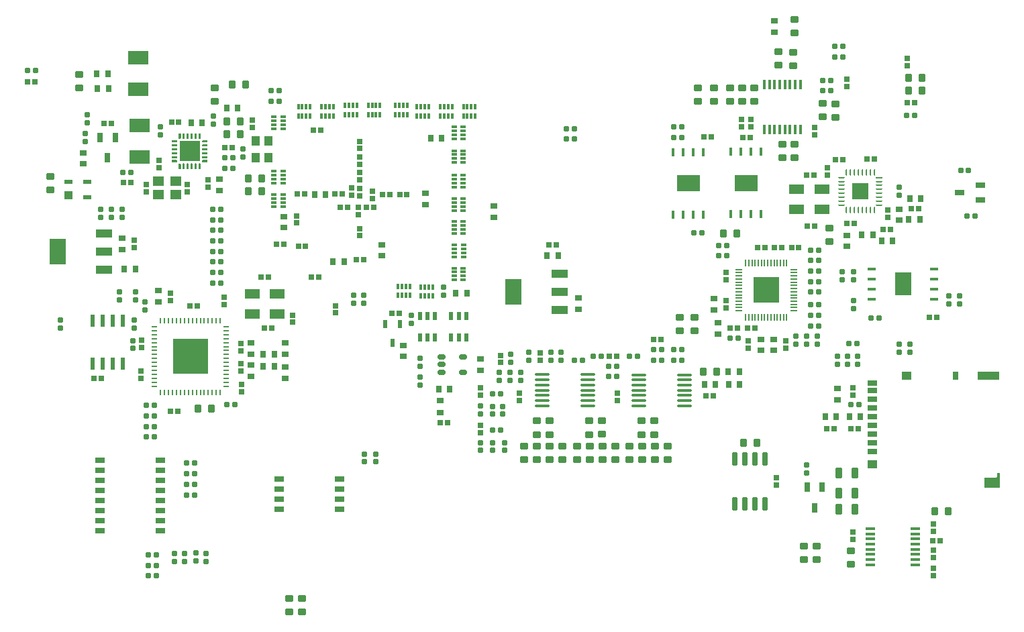
<source format=gbp>
G04*
G04 #@! TF.GenerationSoftware,Altium Limited,Altium Designer,23.11.1 (41)*
G04*
G04 Layer_Color=128*
%FSLAX44Y44*%
%MOMM*%
G71*
G04*
G04 #@! TF.SameCoordinates,80CC7D54-6002-4424-B4FD-6ED2CB822836*
G04*
G04*
G04 #@! TF.FilePolarity,Positive*
G04*
G01*
G75*
%ADD25R,0.8000X1.0000*%
%ADD32R,0.6400X0.6400*%
%ADD33R,0.9500X0.7500*%
G04:AMPARAMS|DCode=41|XSize=0.6mm|YSize=0.6mm|CornerRadius=0.06mm|HoleSize=0mm|Usage=FLASHONLY|Rotation=90.000|XOffset=0mm|YOffset=0mm|HoleType=Round|Shape=RoundedRectangle|*
%AMROUNDEDRECTD41*
21,1,0.6000,0.4800,0,0,90.0*
21,1,0.4800,0.6000,0,0,90.0*
1,1,0.1200,0.2400,0.2400*
1,1,0.1200,0.2400,-0.2400*
1,1,0.1200,-0.2400,-0.2400*
1,1,0.1200,-0.2400,0.2400*
%
%ADD41ROUNDEDRECTD41*%
%ADD42R,0.7500X0.9500*%
%ADD51R,0.6000X1.5500*%
G04:AMPARAMS|DCode=54|XSize=0.6mm|YSize=0.6mm|CornerRadius=0.06mm|HoleSize=0mm|Usage=FLASHONLY|Rotation=180.000|XOffset=0mm|YOffset=0mm|HoleType=Round|Shape=RoundedRectangle|*
%AMROUNDEDRECTD54*
21,1,0.6000,0.4800,0,0,180.0*
21,1,0.4800,0.6000,0,0,180.0*
1,1,0.1200,-0.2400,0.2400*
1,1,0.1200,0.2400,0.2400*
1,1,0.1200,0.2400,-0.2400*
1,1,0.1200,-0.2400,-0.2400*
%
%ADD54ROUNDEDRECTD54*%
G04:AMPARAMS|DCode=58|XSize=1mm|YSize=0.9mm|CornerRadius=0.1125mm|HoleSize=0mm|Usage=FLASHONLY|Rotation=0.000|XOffset=0mm|YOffset=0mm|HoleType=Round|Shape=RoundedRectangle|*
%AMROUNDEDRECTD58*
21,1,1.0000,0.6750,0,0,0.0*
21,1,0.7750,0.9000,0,0,0.0*
1,1,0.2250,0.3875,-0.3375*
1,1,0.2250,-0.3875,-0.3375*
1,1,0.2250,-0.3875,0.3375*
1,1,0.2250,0.3875,0.3375*
%
%ADD58ROUNDEDRECTD58*%
%ADD136R,1.2700X0.7600*%
%ADD137R,0.6000X1.0000*%
%ADD138R,0.6400X0.6400*%
G04:AMPARAMS|DCode=139|XSize=1.05mm|YSize=0.6mm|CornerRadius=0.15mm|HoleSize=0mm|Usage=FLASHONLY|Rotation=180.000|XOffset=0mm|YOffset=0mm|HoleType=Round|Shape=RoundedRectangle|*
%AMROUNDEDRECTD139*
21,1,1.0500,0.3000,0,0,180.0*
21,1,0.7500,0.6000,0,0,180.0*
1,1,0.3000,-0.3750,0.1500*
1,1,0.3000,0.3750,0.1500*
1,1,0.3000,0.3750,-0.1500*
1,1,0.3000,-0.3750,-0.1500*
%
%ADD139ROUNDEDRECTD139*%
%ADD140O,2.0000X0.3500*%
G04:AMPARAMS|DCode=141|XSize=0.4mm|YSize=1.2mm|CornerRadius=0.05mm|HoleSize=0mm|Usage=FLASHONLY|Rotation=180.000|XOffset=0mm|YOffset=0mm|HoleType=Round|Shape=RoundedRectangle|*
%AMROUNDEDRECTD141*
21,1,0.4000,1.1000,0,0,180.0*
21,1,0.3000,1.2000,0,0,180.0*
1,1,0.1000,-0.1500,0.5500*
1,1,0.1000,0.1500,0.5500*
1,1,0.1000,0.1500,-0.5500*
1,1,0.1000,-0.1500,-0.5500*
%
%ADD141ROUNDEDRECTD141*%
%ADD142R,1.2000X0.6500*%
G04:AMPARAMS|DCode=143|XSize=0.8078mm|YSize=0.2393mm|CornerRadius=0.1196mm|HoleSize=0mm|Usage=FLASHONLY|Rotation=180.000|XOffset=0mm|YOffset=0mm|HoleType=Round|Shape=RoundedRectangle|*
%AMROUNDEDRECTD143*
21,1,0.8078,0.0000,0,0,180.0*
21,1,0.5686,0.2393,0,0,180.0*
1,1,0.2393,-0.2843,0.0000*
1,1,0.2393,0.2843,0.0000*
1,1,0.2393,0.2843,0.0000*
1,1,0.2393,-0.2843,0.0000*
%
%ADD143ROUNDEDRECTD143*%
G04:AMPARAMS|DCode=144|XSize=0.2393mm|YSize=0.8078mm|CornerRadius=0.1196mm|HoleSize=0mm|Usage=FLASHONLY|Rotation=180.000|XOffset=0mm|YOffset=0mm|HoleType=Round|Shape=RoundedRectangle|*
%AMROUNDEDRECTD144*
21,1,0.2393,0.5686,0,0,180.0*
21,1,0.0000,0.8078,0,0,180.0*
1,1,0.2393,0.0000,0.2843*
1,1,0.2393,0.0000,0.2843*
1,1,0.2393,0.0000,-0.2843*
1,1,0.2393,0.0000,-0.2843*
%
%ADD144ROUNDEDRECTD144*%
%ADD145R,1.9000X1.2000*%
G04:AMPARAMS|DCode=148|XSize=1.0611mm|YSize=0.3925mm|CornerRadius=0.1962mm|HoleSize=0mm|Usage=FLASHONLY|Rotation=90.000|XOffset=0mm|YOffset=0mm|HoleType=Round|Shape=RoundedRectangle|*
%AMROUNDEDRECTD148*
21,1,1.0611,0.0000,0,0,90.0*
21,1,0.6686,0.3925,0,0,90.0*
1,1,0.3925,0.0000,0.3343*
1,1,0.3925,0.0000,-0.3343*
1,1,0.3925,0.0000,-0.3343*
1,1,0.3925,0.0000,0.3343*
%
%ADD148ROUNDEDRECTD148*%
G04:AMPARAMS|DCode=150|XSize=1.0611mm|YSize=0.3925mm|CornerRadius=0.1962mm|HoleSize=0mm|Usage=FLASHONLY|Rotation=0.000|XOffset=0mm|YOffset=0mm|HoleType=Round|Shape=RoundedRectangle|*
%AMROUNDEDRECTD150*
21,1,1.0611,0.0000,0,0,0.0*
21,1,0.6686,0.3925,0,0,0.0*
1,1,0.3925,0.3343,0.0000*
1,1,0.3925,-0.3343,0.0000*
1,1,0.3925,-0.3343,0.0000*
1,1,0.3925,0.3343,0.0000*
%
%ADD150ROUNDEDRECTD150*%
%ADD151R,2.8000X1.0000*%
%ADD152R,1.2000X1.0000*%
%ADD153R,3.2000X3.2000*%
%ADD154R,0.2000X0.8500*%
%ADD155R,0.9500X0.8000*%
%ADD156C,1.1447*%
%ADD157R,1.2000X0.7000*%
G04:AMPARAMS|DCode=158|XSize=1mm|YSize=0.9mm|CornerRadius=0.1125mm|HoleSize=0mm|Usage=FLASHONLY|Rotation=270.000|XOffset=0mm|YOffset=0mm|HoleType=Round|Shape=RoundedRectangle|*
%AMROUNDEDRECTD158*
21,1,1.0000,0.6750,0,0,270.0*
21,1,0.7750,0.9000,0,0,270.0*
1,1,0.2250,-0.3375,-0.3875*
1,1,0.2250,-0.3375,0.3875*
1,1,0.2250,0.3375,0.3875*
1,1,0.2250,0.3375,-0.3875*
%
%ADD158ROUNDEDRECTD158*%
G04:AMPARAMS|DCode=159|XSize=0.4mm|YSize=1.2mm|CornerRadius=0.05mm|HoleSize=0mm|Usage=FLASHONLY|Rotation=90.000|XOffset=0mm|YOffset=0mm|HoleType=Round|Shape=RoundedRectangle|*
%AMROUNDEDRECTD159*
21,1,0.4000,1.1000,0,0,90.0*
21,1,0.3000,1.2000,0,0,90.0*
1,1,0.1000,0.5500,0.1500*
1,1,0.1000,0.5500,-0.1500*
1,1,0.1000,-0.5500,-0.1500*
1,1,0.1000,-0.5500,0.1500*
%
%ADD159ROUNDEDRECTD159*%
%ADD160R,0.6500X1.2000*%
%ADD161R,2.1500X1.0000*%
G04:AMPARAMS|DCode=162|XSize=0.65mm|YSize=1.65mm|CornerRadius=0.0488mm|HoleSize=0mm|Usage=FLASHONLY|Rotation=0.000|XOffset=0mm|YOffset=0mm|HoleType=Round|Shape=RoundedRectangle|*
%AMROUNDEDRECTD162*
21,1,0.6500,1.5525,0,0,0.0*
21,1,0.5525,1.6500,0,0,0.0*
1,1,0.0975,0.2763,-0.7763*
1,1,0.0975,-0.2763,-0.7763*
1,1,0.0975,-0.2763,0.7763*
1,1,0.0975,0.2763,0.7763*
%
%ADD162ROUNDEDRECTD162*%
%ADD163R,1.1000X1.3000*%
%ADD164R,2.5000X2.5000*%
%ADD165R,1.4000X1.2000*%
%ADD166R,1.0000X1.0000*%
%ADD167O,0.7500X0.2500*%
%ADD168R,4.5000X4.5000*%
%ADD169O,0.2500X0.7500*%
%ADD170R,0.6500X0.3000*%
%ADD171R,0.3000X0.6500*%
%ADD172R,0.6400X0.9200*%
%ADD173R,2.1500X3.2500*%
%ADD174R,0.3925X1.0611*%
%ADD175R,1.0611X0.3925*%
%ADD176R,0.8078X0.2393*%
%ADD177C,0.2520*%
%ADD178R,0.8500X0.2000*%
%ADD179R,2.5000X1.7000*%
%ADD180R,1.0000X0.6000*%
G04:AMPARAMS|DCode=181|XSize=1.3mm|YSize=0.8mm|CornerRadius=0.1mm|HoleSize=0mm|Usage=FLASHONLY|Rotation=90.000|XOffset=0mm|YOffset=0mm|HoleType=Round|Shape=RoundedRectangle|*
%AMROUNDEDRECTD181*
21,1,1.3000,0.6000,0,0,90.0*
21,1,1.1000,0.8000,0,0,90.0*
1,1,0.2000,0.3000,0.5500*
1,1,0.2000,0.3000,-0.5500*
1,1,0.2000,-0.3000,-0.5500*
1,1,0.2000,-0.3000,0.5500*
%
%ADD181ROUNDEDRECTD181*%
%ADD182R,0.9200X0.6400*%
%ADD214R,2.9724X2.0724*%
%ADD215R,2.0724X2.9724*%
%ADD216R,2.0239X2.0239*%
G36*
X633280Y887807D02*
X633674Y887413D01*
X633887Y886898D01*
Y886620D01*
Y886341D01*
X633674Y885827D01*
X633280Y885433D01*
X632766Y885220D01*
X626987D01*
Y888020D01*
X632766D01*
X633280Y887807D01*
D02*
G37*
G36*
X632487Y893020D02*
X632766D01*
X633280Y892807D01*
X633674Y892413D01*
X633887Y891898D01*
Y891620D01*
Y891341D01*
X633674Y890827D01*
X633280Y890433D01*
X632766Y890220D01*
X626987D01*
Y893020D01*
X632487D01*
Y893020D01*
D02*
G37*
G36*
X633280Y897807D02*
X633674Y897413D01*
X633887Y896898D01*
Y896620D01*
Y896341D01*
X633674Y895827D01*
X633280Y895433D01*
X632766Y895220D01*
X626987D01*
Y898020D01*
X632766D01*
X633280Y897807D01*
D02*
G37*
G36*
X637556Y883532D02*
X637949Y883138D01*
X638162Y882624D01*
Y882345D01*
Y876845D01*
X635363D01*
Y882345D01*
Y882624D01*
X635576Y883138D01*
X635970Y883532D01*
X636484Y883745D01*
X637041D01*
X637556Y883532D01*
D02*
G37*
G36*
X642555D02*
X642949Y883138D01*
X643163Y882624D01*
Y882345D01*
X643163Y876845D01*
X640362D01*
Y882345D01*
Y882624D01*
X640576Y883138D01*
X640969Y883532D01*
X641484Y883745D01*
X642041D01*
X642555Y883532D01*
D02*
G37*
G36*
X647556D02*
X647949Y883138D01*
X648163Y882624D01*
Y882345D01*
Y876845D01*
X645362D01*
Y882345D01*
Y882624D01*
X645576Y883138D01*
X645969Y883532D01*
X646484Y883745D01*
X647041D01*
X647556Y883532D01*
D02*
G37*
G36*
X633280Y902807D02*
X633674Y902413D01*
X633887Y901898D01*
Y901620D01*
Y901341D01*
X633674Y900827D01*
X633280Y900433D01*
X632766Y900220D01*
X626987D01*
Y903020D01*
X632766D01*
X633280Y902807D01*
D02*
G37*
G36*
Y907807D02*
X633674Y907413D01*
X633887Y906898D01*
Y906620D01*
Y906341D01*
X633674Y905827D01*
X633280Y905433D01*
X632766Y905220D01*
X632487D01*
X626987Y905220D01*
Y908020D01*
X632766D01*
X633280Y907807D01*
D02*
G37*
G36*
Y912807D02*
X633674Y912413D01*
X633887Y911898D01*
Y911620D01*
Y911341D01*
X633674Y910827D01*
X633280Y910433D01*
X632766Y910220D01*
X626987D01*
Y913020D01*
X632766D01*
X633280Y912807D01*
D02*
G37*
G36*
X638162Y915895D02*
Y915617D01*
X637949Y915102D01*
X637556Y914708D01*
X637041Y914495D01*
X636484D01*
X635970Y914708D01*
X635576Y915102D01*
X635363Y915617D01*
Y915895D01*
Y921395D01*
X638162D01*
Y915895D01*
D02*
G37*
G36*
X643163D02*
X643163D01*
Y915617D01*
X642949Y915102D01*
X642555Y914708D01*
X642041Y914495D01*
X641484D01*
X640969Y914708D01*
X640576Y915102D01*
X640362Y915617D01*
Y915895D01*
Y921395D01*
X643163D01*
Y915895D01*
D02*
G37*
G36*
X648163D02*
Y915617D01*
X647949Y915102D01*
X647556Y914708D01*
X647041Y914495D01*
X646484D01*
X645969Y914708D01*
X645576Y915102D01*
X645362Y915617D01*
Y915895D01*
Y921395D01*
X648163D01*
Y915895D01*
D02*
G37*
G36*
X663163D02*
Y915617D01*
X662949Y915102D01*
X662555Y914708D01*
X662041Y914495D01*
X661484D01*
X660969Y914708D01*
X660576Y915102D01*
X660362Y915617D01*
Y915895D01*
Y921395D01*
X663163D01*
Y915895D01*
D02*
G37*
G36*
X658163D02*
Y915617D01*
X657949Y915102D01*
X657556Y914708D01*
X657041Y914495D01*
X656484D01*
X655969Y914708D01*
X655576Y915102D01*
X655362Y915617D01*
Y915895D01*
X655362Y921395D01*
X658163D01*
Y915895D01*
D02*
G37*
G36*
X653163D02*
Y915617D01*
X652949Y915102D01*
X652555Y914708D01*
X652041Y914495D01*
X651484D01*
X650969Y914708D01*
X650576Y915102D01*
X650362Y915617D01*
Y915895D01*
Y921395D01*
X653163D01*
Y915895D01*
D02*
G37*
G36*
X671537Y910220D02*
X665759D01*
X665245Y910433D01*
X664851Y910827D01*
X664638Y911341D01*
Y911620D01*
Y911898D01*
X664851Y912413D01*
X665245Y912807D01*
X665759Y913020D01*
X671537D01*
Y910220D01*
D02*
G37*
G36*
Y905220D02*
X666038D01*
Y905220D01*
X665759D01*
X665245Y905433D01*
X664851Y905827D01*
X664638Y906341D01*
Y906620D01*
Y906898D01*
X664851Y907413D01*
X665245Y907807D01*
X665759Y908020D01*
X671537D01*
Y905220D01*
D02*
G37*
G36*
Y900220D02*
X665759D01*
X665245Y900433D01*
X664851Y900827D01*
X664638Y901341D01*
Y901620D01*
Y901898D01*
X664851Y902413D01*
X665245Y902807D01*
X665759Y903020D01*
X671537D01*
Y900220D01*
D02*
G37*
G36*
Y895220D02*
X665759D01*
X665245Y895433D01*
X664851Y895827D01*
X664638Y896341D01*
Y896620D01*
Y896898D01*
X664851Y897413D01*
X665245Y897807D01*
X665759Y898020D01*
X671537D01*
Y895220D01*
D02*
G37*
G36*
Y890220D02*
X665759D01*
X665245Y890433D01*
X664851Y890827D01*
X664638Y891341D01*
Y891620D01*
Y891898D01*
X664851Y892413D01*
X665245Y892807D01*
X665759Y893020D01*
X666038D01*
X671537Y893020D01*
Y890220D01*
D02*
G37*
G36*
Y885220D02*
X665759D01*
X665245Y885433D01*
X664851Y885827D01*
X664638Y886341D01*
Y886620D01*
Y886898D01*
X664851Y887413D01*
X665245Y887807D01*
X665759Y888020D01*
X671537D01*
Y885220D01*
D02*
G37*
G36*
X662555Y883532D02*
X662949Y883138D01*
X663163Y882624D01*
Y882345D01*
Y876845D01*
X660362D01*
Y882345D01*
Y882624D01*
X660576Y883138D01*
X660969Y883532D01*
X661484Y883745D01*
X662041D01*
X662555Y883532D01*
D02*
G37*
G36*
X657556D02*
X657949Y883138D01*
X658163Y882624D01*
Y882345D01*
Y876845D01*
X655362D01*
Y882345D01*
X655362D01*
Y882624D01*
X655576Y883138D01*
X655969Y883532D01*
X656484Y883745D01*
X657041D01*
X657556Y883532D01*
D02*
G37*
G36*
X652555D02*
X652949Y883138D01*
X653163Y882624D01*
Y882345D01*
Y876845D01*
X650362D01*
Y882345D01*
Y882624D01*
X650576Y883138D01*
X650969Y883532D01*
X651484Y883745D01*
X652041D01*
X652555Y883532D01*
D02*
G37*
G36*
X1671350Y474346D02*
X1652350D01*
Y487346D01*
X1666350D01*
X1667850Y488846D01*
Y492846D01*
X1671350D01*
Y474346D01*
D02*
G37*
D25*
X1615850Y615846D02*
D03*
D32*
X1453725Y869139D02*
D03*
Y878339D02*
D03*
X728000Y938600D02*
D03*
Y929400D02*
D03*
X864000Y862730D02*
D03*
Y871930D02*
D03*
Y842400D02*
D03*
Y851600D02*
D03*
X854000Y843400D02*
D03*
Y852600D02*
D03*
X861963Y819360D02*
D03*
Y828560D02*
D03*
X1065324Y584600D02*
D03*
X1188720Y584680D02*
D03*
X1554480Y1016000D02*
D03*
X1478280Y990120D02*
D03*
X1437640Y929160D02*
D03*
X1357652Y939320D02*
D03*
X1345473D02*
D03*
X1530350Y825020D02*
D03*
X880000Y839400D02*
D03*
X1485900Y600776D02*
D03*
X1401587Y659920D02*
D03*
X1354370Y650720D02*
D03*
X1485900Y409420D02*
D03*
X1587500Y363700D02*
D03*
X1389380Y478000D02*
D03*
X1325880Y737080D02*
D03*
Y701520D02*
D03*
X864000Y902400D02*
D03*
Y891600D02*
D03*
Y801600D02*
D03*
X784000Y808480D02*
D03*
X610870Y878050D02*
D03*
X672467Y853534D02*
D03*
X646430Y856770D02*
D03*
X594795Y847570D02*
D03*
X579000Y786600D02*
D03*
X833000Y704200D02*
D03*
X779331Y683177D02*
D03*
X693000Y714600D02*
D03*
X714000Y647400D02*
D03*
Y622000D02*
D03*
X715000Y595800D02*
D03*
X625000Y719600D02*
D03*
X589000Y660600D02*
D03*
X588000Y612400D02*
D03*
X1485900Y591576D02*
D03*
X1530350Y815820D02*
D03*
X1478280Y980920D02*
D03*
X1554480Y1006800D02*
D03*
X693000Y705400D02*
D03*
X589000Y651400D02*
D03*
X715000Y605000D02*
D03*
X588000Y621600D02*
D03*
X1016000Y544196D02*
D03*
X784000Y817679D02*
D03*
X880000Y848600D02*
D03*
X1016000Y590945D02*
D03*
X1091578Y635480D02*
D03*
X1041400Y641585D02*
D03*
X625000Y710400D02*
D03*
X864000Y792400D02*
D03*
Y911600D02*
D03*
Y882400D02*
D03*
X1389380Y487200D02*
D03*
X1485900Y418620D02*
D03*
X1325880Y710720D02*
D03*
Y746280D02*
D03*
X1016000Y553396D02*
D03*
X1091578Y644680D02*
D03*
X1016000Y600144D02*
D03*
X1041400Y632385D02*
D03*
X779331Y692377D02*
D03*
X1401587Y650720D02*
D03*
X1354370Y659920D02*
D03*
X833000Y695000D02*
D03*
X1345473Y930120D02*
D03*
X1357652D02*
D03*
X1437640Y919960D02*
D03*
X579000Y777400D02*
D03*
X1587500Y419580D02*
D03*
Y428780D02*
D03*
Y395760D02*
D03*
Y386560D02*
D03*
Y372900D02*
D03*
X1065324Y593800D02*
D03*
X1188720Y593880D02*
D03*
X714000Y656600D02*
D03*
Y631200D02*
D03*
X646430Y847570D02*
D03*
X594795Y856770D02*
D03*
X610870Y887250D02*
D03*
X672467Y862735D02*
D03*
D33*
X1016000Y636920D02*
D03*
X919000Y640000D02*
D03*
X1386840Y1049640D02*
D03*
X1544320Y826150D02*
D03*
X947000Y846000D02*
D03*
X1033000Y830000D02*
D03*
X1478280Y779130D02*
D03*
X1466850Y599578D02*
D03*
X892000Y767000D02*
D03*
X1310640Y699120D02*
D03*
X1315720Y668640D02*
D03*
X1140000Y714000D02*
D03*
X768000Y802482D02*
D03*
X514682Y883270D02*
D03*
X686816Y849488D02*
D03*
X564000Y789000D02*
D03*
X769620Y657240D02*
D03*
X726440Y615300D02*
D03*
Y643240D02*
D03*
X769620Y612760D02*
D03*
X610000Y723000D02*
D03*
X1466850Y585578D02*
D03*
X1544320Y812150D02*
D03*
X947000Y832000D02*
D03*
X1478280Y793130D02*
D03*
X768000Y816481D02*
D03*
X1033000Y816000D02*
D03*
X769620Y626760D02*
D03*
Y643240D02*
D03*
X1140000Y700000D02*
D03*
X1310640Y713120D02*
D03*
X892000Y781000D02*
D03*
X919000Y654000D02*
D03*
X1315720Y682640D02*
D03*
X1386840Y1063640D02*
D03*
X564000Y775000D02*
D03*
X1016000Y622920D02*
D03*
X610000Y709000D02*
D03*
X726440Y657240D02*
D03*
Y629300D02*
D03*
X686816Y863488D02*
D03*
X514682Y897270D02*
D03*
D41*
X1124590Y927689D02*
D03*
X1134590D02*
D03*
Y914400D02*
D03*
X1124590D02*
D03*
X1178165Y627968D02*
D03*
X1158320Y640080D02*
D03*
X1269920Y635351D02*
D03*
Y648639D02*
D03*
X1473120Y1017952D02*
D03*
X1564080Y944484D02*
D03*
X703500Y877392D02*
D03*
X565230Y872364D02*
D03*
X454580Y1000760D02*
D03*
X1632000Y875000D02*
D03*
X1622000D02*
D03*
X1640000Y817000D02*
D03*
X1630000D02*
D03*
X688345Y732766D02*
D03*
X678345D02*
D03*
Y746055D02*
D03*
X688345D02*
D03*
X678345Y759343D02*
D03*
X688345D02*
D03*
X678345Y772632D02*
D03*
X688345D02*
D03*
X678505Y785920D02*
D03*
X688505D02*
D03*
X678345Y799209D02*
D03*
X688345D02*
D03*
X678345Y812497D02*
D03*
X688345D02*
D03*
X678345Y825786D02*
D03*
X688345D02*
D03*
X604440Y578399D02*
D03*
X594440D02*
D03*
X604440Y565110D02*
D03*
X594440D02*
D03*
X604440Y551768D02*
D03*
X594440D02*
D03*
X604440Y538480D02*
D03*
X594440D02*
D03*
X655320Y505460D02*
D03*
X645320D02*
D03*
X655240Y492172D02*
D03*
X645240D02*
D03*
X655320Y478883D02*
D03*
X645320D02*
D03*
X655240Y464820D02*
D03*
X645240D02*
D03*
X607060Y363220D02*
D03*
X597060D02*
D03*
X606980Y376508D02*
D03*
X596980D02*
D03*
X606980Y389797D02*
D03*
X596980D02*
D03*
X1490900Y656035D02*
D03*
X1480900D02*
D03*
X1493440Y579120D02*
D03*
X1483440D02*
D03*
X1554080Y944484D02*
D03*
X1168320Y640080D02*
D03*
X1442640Y761226D02*
D03*
X1432640D02*
D03*
X703500Y890680D02*
D03*
X693500D02*
D03*
X1518840Y688366D02*
D03*
X1442640Y692057D02*
D03*
X1285320Y796306D02*
D03*
X1259920Y929640D02*
D03*
Y916234D02*
D03*
X751920Y962072D02*
D03*
X1331040Y662906D02*
D03*
X1031320Y546810D02*
D03*
X1234520Y648639D02*
D03*
X1031320Y592530D02*
D03*
X1442640Y678768D02*
D03*
X1259920Y648639D02*
D03*
X1204040Y640351D02*
D03*
X1508840Y688366D02*
D03*
X1341040Y662906D02*
D03*
X761920Y975360D02*
D03*
X751920D02*
D03*
X761920Y962072D02*
D03*
X1317070Y780368D02*
D03*
X1327070D02*
D03*
X1442640Y774514D02*
D03*
X1432640D02*
D03*
X1317150Y767080D02*
D03*
X1327150D02*
D03*
X1442640Y747937D02*
D03*
X1432640D02*
D03*
X1442560Y734649D02*
D03*
X1432560D02*
D03*
X1269920Y916234D02*
D03*
X1442560Y721360D02*
D03*
X1432560D02*
D03*
X1442640Y705346D02*
D03*
X1432640D02*
D03*
X1269920Y929640D02*
D03*
X1432640Y692057D02*
D03*
X1295320Y796306D02*
D03*
X1432640Y678768D02*
D03*
X1473120Y1031240D02*
D03*
X1463120D02*
D03*
Y1017952D02*
D03*
X1447880Y975360D02*
D03*
X1457880D02*
D03*
X1447880Y988649D02*
D03*
X1457880D02*
D03*
X1244520Y648639D02*
D03*
X1234600Y635351D02*
D03*
X1244600D02*
D03*
X1259920D02*
D03*
X1214040Y640351D02*
D03*
X1145031Y635472D02*
D03*
X1135032D02*
D03*
X1178165Y614680D02*
D03*
X1188165D02*
D03*
Y627968D02*
D03*
X1041320Y546810D02*
D03*
Y592530D02*
D03*
X696040Y579120D02*
D03*
X706040D02*
D03*
X575230Y872364D02*
D03*
X693500Y877392D02*
D03*
X444580Y1000760D02*
D03*
D42*
X977280Y598869D02*
D03*
X1312645Y604496D02*
D03*
X1557640Y839470D02*
D03*
X967120Y915670D02*
D03*
X1536080Y785760D02*
D03*
X1343040Y604496D02*
D03*
X1481440Y563880D02*
D03*
X1450960D02*
D03*
X1114000Y767000D02*
D03*
X998870Y719563D02*
D03*
X821000Y844000D02*
D03*
X710100Y953180D02*
D03*
X664860Y934720D02*
D03*
X532100Y996950D02*
D03*
X532750Y977900D02*
D03*
X829921Y760000D02*
D03*
X581000Y750000D02*
D03*
X1571640Y839470D02*
D03*
X1522080Y785760D02*
D03*
X1100000Y767000D02*
D03*
X843921Y760000D02*
D03*
X984870Y719563D02*
D03*
X1464960Y563880D02*
D03*
X1495440D02*
D03*
X953120Y915670D02*
D03*
X807000Y844000D02*
D03*
X567000Y750000D02*
D03*
X1329040Y604496D02*
D03*
X1298645Y604496D02*
D03*
X963280Y598869D02*
D03*
X696100Y953180D02*
D03*
X650860Y934720D02*
D03*
X546100Y996950D02*
D03*
X546750Y977900D02*
D03*
D51*
X527050Y684860D02*
D03*
X539750D02*
D03*
X552450D02*
D03*
X565150D02*
D03*
X552450Y630860D02*
D03*
X527050D02*
D03*
X539750D02*
D03*
X565150D02*
D03*
D54*
X593000Y699000D02*
D03*
Y709000D02*
D03*
X929000Y692000D02*
D03*
Y682000D02*
D03*
X940000Y604000D02*
D03*
X1031240Y521490D02*
D03*
X1016000D02*
D03*
X1031240Y567210D02*
D03*
X1016000Y567290D02*
D03*
X1053512Y609680D02*
D03*
X1040223D02*
D03*
X1118188Y635472D02*
D03*
X1076960D02*
D03*
X1544320Y843360D02*
D03*
X1427480Y502840D02*
D03*
X716788Y901907D02*
D03*
X520000Y945000D02*
D03*
X486000Y676000D02*
D03*
Y686000D02*
D03*
X560796Y721608D02*
D03*
X560796Y711608D02*
D03*
X580810Y711280D02*
D03*
Y721280D02*
D03*
X550592Y825565D02*
D03*
Y815565D02*
D03*
X563880Y825420D02*
D03*
Y815420D02*
D03*
X537303Y825565D02*
D03*
Y815565D02*
D03*
X969556Y717630D02*
D03*
Y727630D02*
D03*
X884000Y517000D02*
D03*
Y507000D02*
D03*
X870000Y517000D02*
D03*
Y507000D02*
D03*
X579120Y675720D02*
D03*
Y685720D02*
D03*
X1466850Y640000D02*
D03*
Y630000D02*
D03*
X1479550Y640000D02*
D03*
Y630000D02*
D03*
X1492250Y640000D02*
D03*
Y630000D02*
D03*
X1544320Y655240D02*
D03*
Y645240D02*
D03*
X1558290Y645160D02*
D03*
Y655160D02*
D03*
X1544320Y853360D02*
D03*
X630000Y391000D02*
D03*
Y381000D02*
D03*
X643000Y391000D02*
D03*
Y381000D02*
D03*
X657000Y392000D02*
D03*
Y382000D02*
D03*
X670000Y381000D02*
D03*
Y391000D02*
D03*
X1487186Y710263D02*
D03*
Y700263D02*
D03*
X716788Y891907D02*
D03*
X1016000Y531490D02*
D03*
X1487170Y746680D02*
D03*
X1016000Y577290D02*
D03*
X1104900Y635472D02*
D03*
X869259Y717062D02*
D03*
X855971Y716982D02*
D03*
X1054134Y642969D02*
D03*
X1607114Y706200D02*
D03*
X1472635Y746765D02*
D03*
X1414321Y655320D02*
D03*
X1076960Y645472D02*
D03*
X1620520Y706200D02*
D03*
X1440898Y655320D02*
D03*
X1040223Y619680D02*
D03*
X1427609Y655480D02*
D03*
X940000Y614000D02*
D03*
X1427480Y492840D02*
D03*
X855971Y706982D02*
D03*
X869259Y707062D02*
D03*
X1472635Y736765D02*
D03*
X1487170Y736680D02*
D03*
X1620520Y716200D02*
D03*
X1607114D02*
D03*
X1414321Y665320D02*
D03*
X1440898D02*
D03*
X1427609Y665480D02*
D03*
X1118188Y645472D02*
D03*
X1104900D02*
D03*
X1066800Y619680D02*
D03*
Y609680D02*
D03*
X1054134Y632969D02*
D03*
X1031240Y577210D02*
D03*
X1053512Y619680D02*
D03*
X1044529Y567210D02*
D03*
Y577210D02*
D03*
X1031240Y531490D02*
D03*
X1046480Y521490D02*
D03*
Y531490D02*
D03*
X940000Y638000D02*
D03*
Y628000D02*
D03*
X577810Y650105D02*
D03*
Y660105D02*
D03*
X679450Y933610D02*
D03*
Y943610D02*
D03*
X612140Y919560D02*
D03*
Y929560D02*
D03*
X520000Y935000D02*
D03*
X517821Y911174D02*
D03*
Y921173D02*
D03*
D58*
X1087200Y558679D02*
D03*
X1103219D02*
D03*
X1153240D02*
D03*
X1169258Y558800D02*
D03*
X1219200Y558679D02*
D03*
X1235219D02*
D03*
X1463819Y958460D02*
D03*
X1412240Y1048140D02*
D03*
X1410415Y1024040D02*
D03*
X1391920Y1024500D02*
D03*
X1330960Y961780D02*
D03*
X680832Y978780D02*
D03*
X510000Y996000D02*
D03*
X473710Y850020D02*
D03*
X1268000Y689500D02*
D03*
Y672500D02*
D03*
X1456690Y802250D02*
D03*
Y785250D02*
D03*
X1286000Y689500D02*
D03*
Y672500D02*
D03*
X680832Y961780D02*
D03*
X1138000Y526660D02*
D03*
X1203960D02*
D03*
X1119237D02*
D03*
X1186056D02*
D03*
X774700Y317382D02*
D03*
X1424161Y383930D02*
D03*
X791090Y317382D02*
D03*
X1483360Y377580D02*
D03*
X1440180Y383930D02*
D03*
X1252016Y526660D02*
D03*
X1087200D02*
D03*
X1440180Y400930D02*
D03*
X1290320Y978780D02*
D03*
Y961780D02*
D03*
X1447800Y959731D02*
D03*
Y942730D02*
D03*
X1463819Y941460D02*
D03*
X1361440Y978780D02*
D03*
Y961780D02*
D03*
X1412240Y1065140D02*
D03*
X1310640Y961780D02*
D03*
Y978780D02*
D03*
X1410415Y1007040D02*
D03*
X1397000Y890660D02*
D03*
Y907660D02*
D03*
X1391920Y1007500D02*
D03*
X1330960Y978780D02*
D03*
X1412240Y890660D02*
D03*
Y907660D02*
D03*
X1346200Y978780D02*
D03*
Y961780D02*
D03*
X1235219Y541679D02*
D03*
X1219200D02*
D03*
X1219979Y509660D02*
D03*
Y526660D02*
D03*
X1235997Y509660D02*
D03*
Y526660D02*
D03*
X1203960Y509660D02*
D03*
X1252016D02*
D03*
X1483360Y394580D02*
D03*
X1087200Y541679D02*
D03*
X1103219D02*
D03*
X1169258Y541800D02*
D03*
X1153240Y541679D02*
D03*
X1087200Y509660D02*
D03*
X1103219D02*
D03*
Y526660D02*
D03*
X1170037Y509660D02*
D03*
Y526660D02*
D03*
X1154018Y509660D02*
D03*
Y526660D02*
D03*
X1138000Y509660D02*
D03*
X1186056D02*
D03*
X1071181D02*
D03*
Y526660D02*
D03*
X1119237Y509660D02*
D03*
X791090Y334382D02*
D03*
X1424161Y400930D02*
D03*
X774700Y334382D02*
D03*
X510000Y979000D02*
D03*
X473710Y867020D02*
D03*
D136*
X838200Y485140D02*
D03*
Y472440D02*
D03*
Y459740D02*
D03*
Y447040D02*
D03*
X762000Y472440D02*
D03*
Y485140D02*
D03*
Y459740D02*
D03*
Y447040D02*
D03*
X535940Y496570D02*
D03*
Y433070D02*
D03*
Y483870D02*
D03*
Y458470D02*
D03*
Y471170D02*
D03*
Y445770D02*
D03*
Y509270D02*
D03*
Y420370D02*
D03*
X612140Y509270D02*
D03*
Y496570D02*
D03*
Y483870D02*
D03*
Y471170D02*
D03*
Y458470D02*
D03*
Y445770D02*
D03*
Y433070D02*
D03*
Y420370D02*
D03*
D137*
X896000Y681000D02*
D03*
X915000Y681000D02*
D03*
X905500Y657000D02*
D03*
X949429Y664443D02*
D03*
X988697D02*
D03*
X979197D02*
D03*
X939929Y691443D02*
D03*
X998197D02*
D03*
Y664443D02*
D03*
X958929Y691443D02*
D03*
X979197D02*
D03*
X958929Y664443D02*
D03*
X939929D02*
D03*
X949429Y691443D02*
D03*
X988697D02*
D03*
D138*
X904720Y694249D02*
D03*
X913920Y694249D02*
D03*
X1310160Y590147D02*
D03*
X1563680Y960120D02*
D03*
X1504160Y889000D02*
D03*
X1463885Y888590D02*
D03*
X1347160Y916138D02*
D03*
X1559560Y826770D02*
D03*
X1533680Y800108D02*
D03*
X1437160Y869188D02*
D03*
X1487960Y807720D02*
D03*
X1428440Y804893D02*
D03*
X1307620Y916940D02*
D03*
X892901Y844000D02*
D03*
X923424D02*
D03*
X786400Y779000D02*
D03*
X872514Y828195D02*
D03*
X1417843Y777240D02*
D03*
X1582900Y689610D02*
D03*
X1387320Y777240D02*
D03*
X1365974D02*
D03*
X1353030Y675640D02*
D03*
X1595910Y407670D02*
D03*
X1483840Y548640D02*
D03*
X1453360D02*
D03*
X1111600Y781000D02*
D03*
X868600Y762000D02*
D03*
X1331440Y675640D02*
D03*
X974880Y556580D02*
D03*
X805660Y925830D02*
D03*
X785400Y845000D02*
D03*
X703100Y903413D02*
D03*
X848600Y828000D02*
D03*
X841600Y845000D02*
D03*
X768340Y781590D02*
D03*
X626370Y935990D02*
D03*
X454180Y986790D02*
D03*
X565630Y859631D02*
D03*
X812320Y740410D02*
D03*
X748600Y740000D02*
D03*
X658600Y704000D02*
D03*
X743400Y675704D02*
D03*
X538000Y612140D02*
D03*
X634200Y571000D02*
D03*
X444980Y986790D02*
D03*
X1478760Y807720D02*
D03*
X1568760Y826770D02*
D03*
X1513360Y889000D02*
D03*
X1554480Y960120D02*
D03*
X649400Y704000D02*
D03*
X625000Y571000D02*
D03*
X1102400Y781000D02*
D03*
X1298420Y916940D02*
D03*
X1524480Y800108D02*
D03*
X693900Y903413D02*
D03*
X795600Y779000D02*
D03*
X859400Y762000D02*
D03*
X1473085Y888590D02*
D03*
X1179040Y640702D02*
D03*
X832400Y845000D02*
D03*
X902101Y844000D02*
D03*
X881714Y828195D02*
D03*
X839400Y828000D02*
D03*
X528800Y612140D02*
D03*
X759140Y781590D02*
D03*
X794600Y845000D02*
D03*
X914224Y844000D02*
D03*
X814860Y925830D02*
D03*
X1462560Y548640D02*
D03*
X1375174Y777240D02*
D03*
X1356360Y916138D02*
D03*
X1408642Y777240D02*
D03*
X1340640Y675640D02*
D03*
X1493040Y548640D02*
D03*
X1592100Y689610D02*
D03*
X1234920Y661373D02*
D03*
X1244120D02*
D03*
X1188240Y640702D02*
D03*
X803120Y740410D02*
D03*
X1362230Y675640D02*
D03*
X1396520Y777240D02*
D03*
X1427960Y869188D02*
D03*
X1586710Y407670D02*
D03*
X1300960Y590147D02*
D03*
X965680Y556580D02*
D03*
X1437640Y804893D02*
D03*
X739400Y740000D02*
D03*
X752600Y675704D02*
D03*
X574830Y859631D02*
D03*
X635569Y935990D02*
D03*
X550700Y934280D02*
D03*
X541500D02*
D03*
D139*
X966940Y629920D02*
D03*
Y620420D02*
D03*
X966940Y639420D02*
D03*
X993940Y639420D02*
D03*
X993940Y620420D02*
D03*
D140*
X1151680Y597569D02*
D03*
X1273792Y610447D02*
D03*
Y597447D02*
D03*
Y584447D02*
D03*
Y616947D02*
D03*
Y603947D02*
D03*
Y590947D02*
D03*
Y577947D02*
D03*
X1215791Y616947D02*
D03*
X1215791Y610447D02*
D03*
X1215791Y603947D02*
D03*
X1215791Y597447D02*
D03*
X1215791Y590947D02*
D03*
X1215791Y584447D02*
D03*
X1215791Y577947D02*
D03*
X1093680Y578069D02*
D03*
X1093680Y584569D02*
D03*
X1093680Y591069D02*
D03*
X1093680Y597569D02*
D03*
X1093680Y604068D02*
D03*
X1093680Y610569D02*
D03*
X1093680Y617068D02*
D03*
X1151680Y578069D02*
D03*
Y584569D02*
D03*
Y591068D02*
D03*
Y604068D02*
D03*
Y610569D02*
D03*
Y617068D02*
D03*
D141*
X1419750Y983540D02*
D03*
X1374250D02*
D03*
X1380750D02*
D03*
X1387250D02*
D03*
X1393750D02*
D03*
X1400250D02*
D03*
X1406750D02*
D03*
X1413250D02*
D03*
X1374250Y926540D02*
D03*
X1380750D02*
D03*
X1387250D02*
D03*
X1393750D02*
D03*
X1400250D02*
D03*
X1406750D02*
D03*
X1413250D02*
D03*
X1419750D02*
D03*
D142*
X1647000Y837500D02*
D03*
X1621000Y847000D02*
D03*
X1647000Y856500D02*
D03*
D143*
X1519191Y850860D02*
D03*
Y830860D02*
D03*
X1471688Y865860D02*
D03*
Y855860D02*
D03*
Y835860D02*
D03*
X1519191Y845860D02*
D03*
X1471688Y860860D02*
D03*
X1519191Y855860D02*
D03*
X1471688Y840860D02*
D03*
X1519191Y860860D02*
D03*
Y840860D02*
D03*
Y835860D02*
D03*
X1471688Y830860D02*
D03*
Y845860D02*
D03*
Y850860D02*
D03*
D144*
X1497940Y872112D02*
D03*
X1492940Y824608D02*
D03*
X1482940Y872112D02*
D03*
X1477940D02*
D03*
X1502940D02*
D03*
X1487940D02*
D03*
X1492940D02*
D03*
X1507940D02*
D03*
X1512940Y824608D02*
D03*
X1507940D02*
D03*
X1502940D02*
D03*
X1497940D02*
D03*
X1487940D02*
D03*
X1482940D02*
D03*
X1477940D02*
D03*
X1512940Y872112D02*
D03*
D145*
X1447280Y850992D02*
D03*
X1415280Y825992D02*
D03*
X760000Y718901D02*
D03*
X728000Y693901D02*
D03*
X1415280Y850992D02*
D03*
X1447280Y825992D02*
D03*
X728000Y718901D02*
D03*
X760000Y693901D02*
D03*
D148*
X1332230Y819724D02*
D03*
X1259212Y819265D02*
D03*
X1284612Y897775D02*
D03*
X1271911D02*
D03*
X1259212D02*
D03*
X1271911Y819265D02*
D03*
X1284612D02*
D03*
X1297312Y897775D02*
D03*
X1370330Y898234D02*
D03*
X1357630D02*
D03*
X1344930D02*
D03*
X1332230D02*
D03*
X1344930Y819724D02*
D03*
X1357630D02*
D03*
D150*
X1510145Y750570D02*
D03*
Y737870D02*
D03*
Y725170D02*
D03*
X1588655D02*
D03*
Y737870D02*
D03*
Y750570D02*
D03*
Y712470D02*
D03*
D151*
X1657350Y615846D02*
D03*
D152*
X1553850D02*
D03*
X1510850Y504346D02*
D03*
D153*
X1376680Y723739D02*
D03*
D154*
X1386680Y689239D02*
D03*
X1350680D02*
D03*
X1374680Y758239D02*
D03*
X1370680D02*
D03*
X1354680D02*
D03*
X1350680D02*
D03*
X1374680Y689239D02*
D03*
X1402680Y758239D02*
D03*
X1398680D02*
D03*
X1394680D02*
D03*
X1390680D02*
D03*
X1386680D02*
D03*
X1382680D02*
D03*
X1378680D02*
D03*
X1366680D02*
D03*
X1362680D02*
D03*
X1358680D02*
D03*
X1354680Y689239D02*
D03*
X1358680D02*
D03*
X1362680D02*
D03*
X1366680D02*
D03*
X1370680D02*
D03*
X1378680D02*
D03*
X1382680D02*
D03*
X1390680D02*
D03*
X1394680D02*
D03*
X1398680D02*
D03*
X1402680D02*
D03*
D155*
X1386229Y661071D02*
D03*
X1369729Y648072D02*
D03*
Y661071D02*
D03*
X1386229Y648072D02*
D03*
D156*
X1664991Y480706D02*
D03*
D157*
X1510850Y574846D02*
D03*
Y606346D02*
D03*
Y552846D02*
D03*
Y519846D02*
D03*
Y530846D02*
D03*
Y541846D02*
D03*
Y563846D02*
D03*
Y585846D02*
D03*
Y596846D02*
D03*
D158*
X1606160Y444500D02*
D03*
X659520Y574040D02*
D03*
X1573140Y975360D02*
D03*
X1556140D02*
D03*
X1573140Y991379D02*
D03*
X1556140D02*
D03*
X740500Y848343D02*
D03*
X702700Y982980D02*
D03*
X719700D02*
D03*
X723500Y848343D02*
D03*
Y864361D02*
D03*
X740500D02*
D03*
X1339280Y795400D02*
D03*
X1322280D02*
D03*
X1589160Y444500D02*
D03*
X1314060Y620764D02*
D03*
X1297060D02*
D03*
X1364860Y530860D02*
D03*
X1347860D02*
D03*
X676520Y574040D02*
D03*
X696350Y936911D02*
D03*
X713350D02*
D03*
X713383Y920892D02*
D03*
X696384D02*
D03*
D159*
X1508200Y409800D02*
D03*
Y390300D02*
D03*
Y377300D02*
D03*
Y416300D02*
D03*
X1508200Y383800D02*
D03*
X1508200Y396800D02*
D03*
Y403300D02*
D03*
Y422800D02*
D03*
X1565200Y377300D02*
D03*
X1565200Y383800D02*
D03*
X1565200Y390300D02*
D03*
Y396800D02*
D03*
Y403300D02*
D03*
Y409800D02*
D03*
Y416300D02*
D03*
Y422800D02*
D03*
D160*
X1447140Y475280D02*
D03*
X545725Y890681D02*
D03*
X555225Y916681D02*
D03*
X536225D02*
D03*
X1428140Y475280D02*
D03*
X1437640Y449280D02*
D03*
D161*
X1116370Y744360D02*
D03*
X541541Y795162D02*
D03*
X1116370Y698360D02*
D03*
Y721360D02*
D03*
X541541Y749161D02*
D03*
Y772161D02*
D03*
D162*
X1337207Y510850D02*
D03*
X1375307Y454350D02*
D03*
Y510850D02*
D03*
X1362607Y454350D02*
D03*
X1349907D02*
D03*
X1337207D02*
D03*
X1349907Y510850D02*
D03*
X1362607D02*
D03*
D163*
X748660Y891200D02*
D03*
X732160D02*
D03*
Y912200D02*
D03*
X748660D02*
D03*
D164*
X649262Y899120D02*
D03*
D165*
X631600Y861271D02*
D03*
X609600Y844270D02*
D03*
Y861271D02*
D03*
X631600Y844270D02*
D03*
D166*
X496000Y843400D02*
D03*
D167*
X695490Y677580D02*
D03*
Y657580D02*
D03*
Y632580D02*
D03*
Y627580D02*
D03*
Y617580D02*
D03*
Y607580D02*
D03*
X604990Y672580D02*
D03*
Y612580D02*
D03*
Y677580D02*
D03*
Y667580D02*
D03*
Y662580D02*
D03*
Y657580D02*
D03*
Y652580D02*
D03*
Y642580D02*
D03*
Y637580D02*
D03*
Y632580D02*
D03*
Y627580D02*
D03*
Y622580D02*
D03*
Y617580D02*
D03*
Y607580D02*
D03*
Y602580D02*
D03*
X695490D02*
D03*
Y612580D02*
D03*
Y622580D02*
D03*
Y637580D02*
D03*
Y642580D02*
D03*
Y647580D02*
D03*
Y652580D02*
D03*
Y662580D02*
D03*
Y667580D02*
D03*
Y672580D02*
D03*
X604990Y647580D02*
D03*
D168*
X650240Y640080D02*
D03*
D169*
X647740Y594830D02*
D03*
X622740Y685330D02*
D03*
X687740D02*
D03*
X682740D02*
D03*
X677740D02*
D03*
X672740D02*
D03*
X667740D02*
D03*
X662740D02*
D03*
X657740D02*
D03*
X652740D02*
D03*
X642740D02*
D03*
X637740D02*
D03*
X632740D02*
D03*
X627740D02*
D03*
X612740D02*
D03*
Y594830D02*
D03*
X622740D02*
D03*
X627740D02*
D03*
X632740D02*
D03*
X637740D02*
D03*
X642740D02*
D03*
X652740D02*
D03*
X657740D02*
D03*
X662740D02*
D03*
X667740D02*
D03*
X677740D02*
D03*
X682740D02*
D03*
X687740D02*
D03*
X647740Y685330D02*
D03*
X617740D02*
D03*
Y594830D02*
D03*
X672740D02*
D03*
D170*
X755650Y829390D02*
D03*
Y834390D02*
D03*
X755650Y839390D02*
D03*
Y844390D02*
D03*
X767150Y829390D02*
D03*
Y834390D02*
D03*
Y839390D02*
D03*
Y844390D02*
D03*
Y873679D02*
D03*
Y868679D02*
D03*
Y863679D02*
D03*
Y858679D02*
D03*
X755650Y873679D02*
D03*
Y868679D02*
D03*
X755650Y863679D02*
D03*
Y858679D02*
D03*
Y927180D02*
D03*
Y932180D02*
D03*
X755650Y937180D02*
D03*
Y942180D02*
D03*
X767150Y927180D02*
D03*
Y932180D02*
D03*
Y937180D02*
D03*
Y942180D02*
D03*
X994480Y914480D02*
D03*
Y919480D02*
D03*
Y924480D02*
D03*
Y929480D02*
D03*
X982980Y914480D02*
D03*
Y929480D02*
D03*
Y924480D02*
D03*
Y919480D02*
D03*
X994480Y884757D02*
D03*
Y889757D02*
D03*
Y894757D02*
D03*
Y899757D02*
D03*
X982980Y889757D02*
D03*
Y894757D02*
D03*
Y884757D02*
D03*
Y899757D02*
D03*
X994480Y853756D02*
D03*
Y858756D02*
D03*
Y863756D02*
D03*
Y868756D02*
D03*
X982980Y863756D02*
D03*
Y868756D02*
D03*
Y858756D02*
D03*
Y853756D02*
D03*
X994480Y824467D02*
D03*
Y829467D02*
D03*
X994480Y834467D02*
D03*
X994480Y839467D02*
D03*
X982980Y824467D02*
D03*
Y829467D02*
D03*
Y839467D02*
D03*
Y834467D02*
D03*
X994480Y795179D02*
D03*
Y800179D02*
D03*
Y805179D02*
D03*
Y810179D02*
D03*
X982980Y810179D02*
D03*
Y795179D02*
D03*
Y800179D02*
D03*
Y805179D02*
D03*
X994908Y780890D02*
D03*
Y775890D02*
D03*
X994908Y770890D02*
D03*
Y765890D02*
D03*
X983408Y770890D02*
D03*
Y765890D02*
D03*
Y775890D02*
D03*
Y780890D02*
D03*
X982980Y736601D02*
D03*
Y741601D02*
D03*
Y746601D02*
D03*
Y751601D02*
D03*
X994480Y736601D02*
D03*
Y741601D02*
D03*
Y746601D02*
D03*
Y751601D02*
D03*
D171*
X801389Y955040D02*
D03*
X796389D02*
D03*
X791389D02*
D03*
X786389D02*
D03*
X791389Y943540D02*
D03*
X786389D02*
D03*
X801389D02*
D03*
X796389D02*
D03*
X815677Y955040D02*
D03*
X820677D02*
D03*
X825677Y955040D02*
D03*
X830677D02*
D03*
X815677Y943540D02*
D03*
X820677D02*
D03*
X825677D02*
D03*
X830677D02*
D03*
X860000Y956655D02*
D03*
X855000D02*
D03*
X850000D02*
D03*
X845000D02*
D03*
X855000Y945155D02*
D03*
X850000D02*
D03*
X845000D02*
D03*
X860000Y945155D02*
D03*
X889469Y956655D02*
D03*
X884469D02*
D03*
X879469D02*
D03*
X874469D02*
D03*
X884469Y945155D02*
D03*
X879469D02*
D03*
X874469D02*
D03*
X889469D02*
D03*
X924049D02*
D03*
X909049D02*
D03*
X914049D02*
D03*
X919049D02*
D03*
X909049Y956655D02*
D03*
X914049D02*
D03*
X919049Y956655D02*
D03*
X924049D02*
D03*
X951070Y955040D02*
D03*
X946070D02*
D03*
X941070D02*
D03*
X936070D02*
D03*
X941070Y943540D02*
D03*
X946070D02*
D03*
X951070D02*
D03*
X936070D02*
D03*
X1009647Y955040D02*
D03*
X1004647D02*
D03*
X999647Y955040D02*
D03*
X994647D02*
D03*
X1004647Y943540D02*
D03*
X1009647Y943540D02*
D03*
X994647Y943540D02*
D03*
X999647D02*
D03*
X980359Y955040D02*
D03*
X975359D02*
D03*
X970359D02*
D03*
X965359D02*
D03*
X965359Y943540D02*
D03*
X980359Y943540D02*
D03*
X975359D02*
D03*
X970359D02*
D03*
X946230Y727710D02*
D03*
X951230D02*
D03*
X941230Y716210D02*
D03*
X946230D02*
D03*
X951230Y716210D02*
D03*
X956230Y716210D02*
D03*
Y727710D02*
D03*
X941230D02*
D03*
X911942Y717008D02*
D03*
X916941D02*
D03*
X921942D02*
D03*
X926942D02*
D03*
X911942Y728508D02*
D03*
X926942Y728508D02*
D03*
X921942D02*
D03*
X916941D02*
D03*
D172*
X1556070Y812800D02*
D03*
X1570670D02*
D03*
X1496700Y793750D02*
D03*
X1511300D02*
D03*
X756600Y627380D02*
D03*
Y642620D02*
D03*
X1328740Y620764D02*
D03*
X1343340D02*
D03*
X742000Y642620D02*
D03*
Y627380D02*
D03*
D173*
X1057870Y721360D02*
D03*
X483041Y772161D02*
D03*
D174*
X1297312Y819265D02*
D03*
X1370330Y819724D02*
D03*
D175*
X1510145Y712470D02*
D03*
D176*
X1519191Y865860D02*
D03*
D177*
X668087Y906620D02*
D03*
X630438Y886620D02*
D03*
Y891620D02*
D03*
Y896620D02*
D03*
X628387Y901620D02*
D03*
Y906620D02*
D03*
Y911620D02*
D03*
X668087D02*
D03*
Y901620D02*
D03*
X668231Y896620D02*
D03*
Y891620D02*
D03*
Y886620D02*
D03*
X636763Y917945D02*
D03*
X641762D02*
D03*
X646762D02*
D03*
X651762Y919995D02*
D03*
X656762D02*
D03*
X661762D02*
D03*
Y880295D02*
D03*
X656762D02*
D03*
X651762D02*
D03*
X646762Y880152D02*
D03*
X641762D02*
D03*
X636763D02*
D03*
D178*
X1342180Y749739D02*
D03*
Y713739D02*
D03*
X1411180D02*
D03*
Y749739D02*
D03*
Y717739D02*
D03*
Y709739D02*
D03*
Y705739D02*
D03*
X1342180Y745739D02*
D03*
Y741739D02*
D03*
Y737739D02*
D03*
Y733739D02*
D03*
Y729738D02*
D03*
Y725739D02*
D03*
Y721739D02*
D03*
Y717739D02*
D03*
Y709739D02*
D03*
Y705739D02*
D03*
Y701739D02*
D03*
Y697739D02*
D03*
X1411180D02*
D03*
Y701739D02*
D03*
Y721739D02*
D03*
Y725739D02*
D03*
Y729738D02*
D03*
Y733739D02*
D03*
Y737739D02*
D03*
Y741739D02*
D03*
Y745739D02*
D03*
D179*
X586268Y931860D02*
D03*
Y891860D02*
D03*
X584200Y976950D02*
D03*
Y1016950D02*
D03*
D180*
X520000Y841400D02*
D03*
Y860400D02*
D03*
X496000D02*
D03*
D181*
X1468280Y467360D02*
D03*
X1488280D02*
D03*
Y447040D02*
D03*
X1468280D02*
D03*
X1488280Y492760D02*
D03*
X1468280D02*
D03*
D182*
X965200Y569600D02*
D03*
Y584200D02*
D03*
D214*
X1278262Y858521D02*
D03*
X1351281Y858980D02*
D03*
D215*
X1549403Y731521D02*
D03*
D216*
X1495440Y848360D02*
D03*
M02*

</source>
